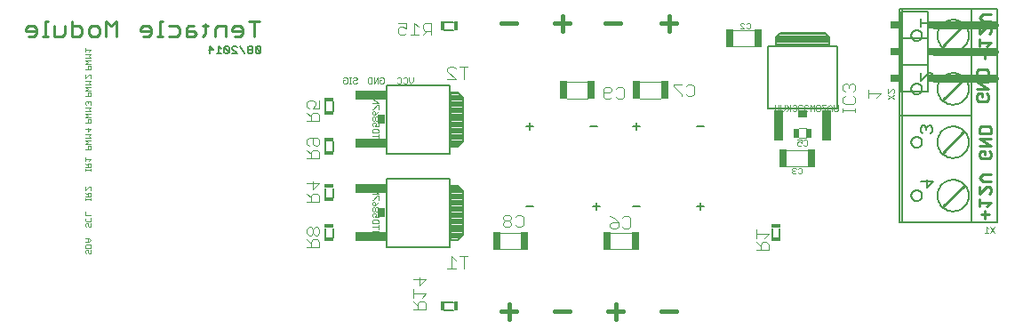
<source format=gbo>
G75*
%MOIN*%
%OFA0B0*%
%FSLAX24Y24*%
%IPPOS*%
%LPD*%
%AMOC8*
5,1,8,0,0,1.08239X$1,22.5*
%
%ADD10C,0.0020*%
%ADD11C,0.0040*%
%ADD12C,0.0090*%
%ADD13C,0.0150*%
%ADD14C,0.0110*%
%ADD15C,0.0050*%
%ADD16C,0.0080*%
%ADD17R,0.0295X0.0669*%
%ADD18C,0.0060*%
%ADD19C,0.0300*%
%ADD20R,0.0200X0.0300*%
%ADD21R,0.0400X0.0300*%
%ADD22R,0.0340X0.0160*%
%ADD23R,0.0160X0.0340*%
%ADD24R,0.1140X0.0340*%
%ADD25R,0.0300X0.0340*%
%ADD26C,0.0079*%
%ADD27C,0.0100*%
%ADD28R,0.0197X0.0374*%
%ADD29R,0.0340X0.1140*%
%ADD30R,0.0340X0.0300*%
D10*
X018324Y003804D02*
X018544Y003804D01*
X018324Y003951D01*
X018544Y003951D01*
X018544Y004025D02*
X018544Y004172D01*
X018544Y004099D02*
X018324Y004099D01*
X018324Y004246D02*
X018324Y004357D01*
X018360Y004393D01*
X018507Y004393D01*
X018544Y004357D01*
X018544Y004246D01*
X018324Y004246D01*
X018360Y004467D02*
X018324Y004504D01*
X018324Y004577D01*
X018360Y004614D01*
X018434Y004614D01*
X018471Y004577D01*
X018471Y004541D01*
X018434Y004467D01*
X018544Y004467D01*
X018544Y004614D01*
X018507Y004688D02*
X018471Y004688D01*
X018434Y004725D01*
X018434Y004798D01*
X018397Y004835D01*
X018360Y004835D01*
X018324Y004798D01*
X018324Y004725D01*
X018360Y004688D01*
X018397Y004688D01*
X018434Y004725D01*
X018434Y004798D02*
X018471Y004835D01*
X018507Y004835D01*
X018544Y004798D01*
X018544Y004725D01*
X018507Y004688D01*
X018434Y004909D02*
X018434Y005019D01*
X018397Y005056D01*
X018360Y005056D01*
X018324Y005019D01*
X018324Y004946D01*
X018360Y004909D01*
X018434Y004909D01*
X018507Y004983D01*
X018544Y005056D01*
X018544Y005130D02*
X018544Y005277D01*
X018507Y005277D01*
X018360Y005130D01*
X018324Y005130D01*
X018324Y005351D02*
X018544Y005351D01*
X018324Y005498D01*
X018544Y005498D01*
X018544Y005572D02*
X018324Y005572D01*
X018324Y005719D01*
X018324Y007204D02*
X018544Y007204D01*
X018324Y007351D01*
X018544Y007351D01*
X018544Y007425D02*
X018544Y007572D01*
X018544Y007499D02*
X018324Y007499D01*
X018324Y007646D02*
X018324Y007757D01*
X018360Y007793D01*
X018507Y007793D01*
X018544Y007757D01*
X018544Y007646D01*
X018324Y007646D01*
X018360Y007867D02*
X018324Y007904D01*
X018324Y007977D01*
X018360Y008014D01*
X018434Y008014D01*
X018471Y007977D01*
X018471Y007941D01*
X018434Y007867D01*
X018544Y007867D01*
X018544Y008014D01*
X018507Y008088D02*
X018471Y008088D01*
X018434Y008125D01*
X018434Y008198D01*
X018397Y008235D01*
X018360Y008235D01*
X018324Y008198D01*
X018324Y008125D01*
X018360Y008088D01*
X018397Y008088D01*
X018434Y008125D01*
X018434Y008198D02*
X018471Y008235D01*
X018507Y008235D01*
X018544Y008198D01*
X018544Y008125D01*
X018507Y008088D01*
X018434Y008309D02*
X018434Y008419D01*
X018397Y008456D01*
X018360Y008456D01*
X018324Y008419D01*
X018324Y008346D01*
X018360Y008309D01*
X018434Y008309D01*
X018507Y008383D01*
X018544Y008456D01*
X018544Y008530D02*
X018544Y008677D01*
X018507Y008677D01*
X018360Y008530D01*
X018324Y008530D01*
X018324Y008751D02*
X018544Y008751D01*
X018324Y008898D01*
X018544Y008898D01*
X018544Y008972D02*
X018324Y008972D01*
X018324Y009119D01*
X018302Y009493D02*
X018192Y009493D01*
X018155Y009530D01*
X018155Y009677D01*
X018192Y009714D01*
X018302Y009714D01*
X018302Y009493D01*
X018192Y009493D01*
X018155Y009530D01*
X018155Y009677D01*
X018192Y009714D01*
X018302Y009714D01*
X018302Y009493D01*
X018376Y009493D02*
X018376Y009714D01*
X018376Y009493D01*
X018523Y009714D01*
X018523Y009493D01*
X018523Y009714D01*
X018376Y009493D01*
X018597Y009530D02*
X018597Y009603D01*
X018670Y009603D01*
X018597Y009603D01*
X018597Y009530D01*
X018634Y009493D01*
X018707Y009493D01*
X018744Y009530D01*
X018744Y009677D01*
X018707Y009714D01*
X018634Y009714D01*
X018597Y009677D01*
X018634Y009714D01*
X018707Y009714D01*
X018744Y009677D01*
X018744Y009530D01*
X018707Y009493D01*
X018634Y009493D01*
X018597Y009530D01*
X019255Y009530D02*
X019292Y009493D01*
X019365Y009493D01*
X019402Y009530D01*
X019402Y009677D01*
X019365Y009714D01*
X019292Y009714D01*
X019255Y009677D01*
X019476Y009677D02*
X019513Y009714D01*
X019586Y009714D01*
X019623Y009677D01*
X019623Y009530D01*
X019586Y009493D01*
X019513Y009493D01*
X019476Y009530D01*
X019697Y009567D02*
X019697Y009714D01*
X019844Y009714D02*
X019844Y009567D01*
X019770Y009493D01*
X019697Y009567D01*
X017744Y009530D02*
X017707Y009493D01*
X017634Y009493D01*
X017597Y009530D01*
X017597Y009567D01*
X017634Y009603D01*
X017707Y009603D01*
X017744Y009640D01*
X017744Y009677D01*
X017707Y009714D01*
X017634Y009714D01*
X017597Y009677D01*
X017523Y009714D02*
X017449Y009714D01*
X017486Y009714D02*
X017486Y009493D01*
X017523Y009493D02*
X017449Y009493D01*
X017375Y009530D02*
X017339Y009493D01*
X017265Y009493D01*
X017229Y009530D01*
X017229Y009603D01*
X017302Y009603D01*
X017375Y009677D02*
X017375Y009530D01*
X017375Y009677D02*
X017339Y009714D01*
X017265Y009714D01*
X017229Y009677D01*
X032126Y011543D02*
X032273Y011543D01*
X032126Y011690D01*
X032126Y011727D01*
X032163Y011764D01*
X032236Y011764D01*
X032273Y011727D01*
X032347Y011727D02*
X032384Y011764D01*
X032457Y011764D01*
X032494Y011727D01*
X032494Y011580D01*
X032457Y011543D01*
X032384Y011543D01*
X032347Y011580D01*
X037674Y009269D02*
X037674Y009122D01*
X037821Y009269D01*
X037857Y009269D01*
X037894Y009232D01*
X037894Y009159D01*
X037857Y009122D01*
X037894Y009048D02*
X037674Y008901D01*
X037674Y009048D02*
X037894Y008901D01*
X035775Y008674D02*
X035775Y008490D01*
X035738Y008453D01*
X035665Y008453D01*
X035628Y008490D01*
X035628Y008674D01*
X035554Y008600D02*
X035480Y008674D01*
X035407Y008600D01*
X035407Y008453D01*
X035333Y008453D02*
X035333Y008490D01*
X035186Y008637D01*
X035186Y008674D01*
X035333Y008674D01*
X035407Y008563D02*
X035554Y008563D01*
X035554Y008600D02*
X035554Y008453D01*
X035112Y008490D02*
X035112Y008527D01*
X035075Y008563D01*
X035002Y008563D01*
X034965Y008527D01*
X034965Y008490D01*
X035002Y008453D01*
X035075Y008453D01*
X035112Y008490D01*
X035075Y008563D02*
X035112Y008600D01*
X035112Y008637D01*
X035075Y008674D01*
X035002Y008674D01*
X034965Y008637D01*
X034965Y008600D01*
X035002Y008563D01*
X034891Y008453D02*
X034891Y008674D01*
X034817Y008600D01*
X034744Y008674D01*
X034744Y008453D01*
X034670Y008490D02*
X034633Y008453D01*
X034560Y008453D01*
X034523Y008490D01*
X034523Y008527D01*
X034560Y008563D01*
X034596Y008563D01*
X034560Y008563D02*
X034523Y008600D01*
X034523Y008637D01*
X034560Y008674D01*
X034633Y008674D01*
X034670Y008637D01*
X034449Y008637D02*
X034412Y008674D01*
X034339Y008674D01*
X034302Y008637D01*
X034302Y008600D01*
X034339Y008563D01*
X034302Y008527D01*
X034302Y008490D01*
X034339Y008453D01*
X034412Y008453D01*
X034449Y008490D01*
X034375Y008563D02*
X034339Y008563D01*
X034228Y008490D02*
X034191Y008453D01*
X034118Y008453D01*
X034081Y008490D01*
X034007Y008453D02*
X034007Y008674D01*
X034081Y008637D02*
X034118Y008674D01*
X034191Y008674D01*
X034228Y008637D01*
X034228Y008490D01*
X034007Y008527D02*
X033860Y008674D01*
X033786Y008674D02*
X033786Y008527D01*
X033712Y008453D01*
X033639Y008527D01*
X033639Y008674D01*
X033565Y008674D02*
X033565Y008490D01*
X033528Y008453D01*
X033455Y008453D01*
X033418Y008490D01*
X033418Y008674D01*
X033860Y008453D02*
X033970Y008563D01*
X034268Y007374D02*
X034415Y007374D01*
X034415Y007263D01*
X034341Y007300D01*
X034305Y007300D01*
X034268Y007263D01*
X034268Y007190D01*
X034305Y007153D01*
X034378Y007153D01*
X034415Y007190D01*
X034489Y007190D02*
X034526Y007153D01*
X034599Y007153D01*
X034636Y007190D01*
X034636Y007337D01*
X034599Y007374D01*
X034526Y007374D01*
X034489Y007337D01*
X034399Y006324D02*
X034436Y006287D01*
X034436Y006140D01*
X034399Y006103D01*
X034326Y006103D01*
X034289Y006140D01*
X034215Y006140D02*
X034178Y006103D01*
X034105Y006103D01*
X034068Y006140D01*
X034068Y006177D01*
X034105Y006213D01*
X034141Y006213D01*
X034105Y006213D02*
X034068Y006250D01*
X034068Y006287D01*
X034105Y006324D01*
X034178Y006324D01*
X034215Y006287D01*
X034289Y006287D02*
X034326Y006324D01*
X034399Y006324D01*
X041276Y003893D02*
X041423Y003893D01*
X041349Y003893D02*
X041349Y004114D01*
X041423Y004040D01*
X041497Y004114D02*
X041644Y003893D01*
X041497Y003893D02*
X041644Y004114D01*
D11*
X007607Y003103D02*
X007574Y003137D01*
X007574Y003203D01*
X007607Y003237D01*
X007641Y003237D01*
X007674Y003203D01*
X007674Y003137D01*
X007707Y003103D01*
X007741Y003103D01*
X007774Y003137D01*
X007774Y003203D01*
X007741Y003237D01*
X007774Y003324D02*
X007574Y003324D01*
X007574Y003424D01*
X007607Y003458D01*
X007741Y003458D01*
X007774Y003424D01*
X007774Y003324D01*
X007707Y003545D02*
X007574Y003545D01*
X007674Y003545D02*
X007674Y003679D01*
X007707Y003679D02*
X007574Y003679D01*
X007707Y003679D02*
X007774Y003612D01*
X007707Y003545D01*
X007707Y004103D02*
X007674Y004137D01*
X007674Y004203D01*
X007641Y004237D01*
X007607Y004237D01*
X007574Y004203D01*
X007574Y004137D01*
X007607Y004103D01*
X007707Y004103D02*
X007741Y004103D01*
X007774Y004137D01*
X007774Y004203D01*
X007741Y004237D01*
X007741Y004324D02*
X007607Y004324D01*
X007574Y004358D01*
X007574Y004424D01*
X007607Y004458D01*
X007574Y004545D02*
X007574Y004679D01*
X007574Y004545D02*
X007774Y004545D01*
X007741Y004458D02*
X007774Y004424D01*
X007774Y004358D01*
X007741Y004324D01*
X007774Y005103D02*
X007774Y005170D01*
X007774Y005137D02*
X007574Y005137D01*
X007574Y005170D02*
X007574Y005103D01*
X007574Y005251D02*
X007774Y005251D01*
X007774Y005351D01*
X007741Y005384D01*
X007674Y005384D01*
X007641Y005351D01*
X007641Y005251D01*
X007641Y005317D02*
X007574Y005384D01*
X007574Y005472D02*
X007707Y005605D01*
X007741Y005605D01*
X007774Y005572D01*
X007774Y005505D01*
X007741Y005472D01*
X007574Y005472D02*
X007574Y005605D01*
X007574Y006203D02*
X007574Y006270D01*
X007574Y006237D02*
X007774Y006237D01*
X007774Y006270D02*
X007774Y006203D01*
X007774Y006351D02*
X007574Y006351D01*
X007641Y006351D02*
X007641Y006451D01*
X007674Y006484D01*
X007741Y006484D01*
X007774Y006451D01*
X007774Y006351D01*
X007641Y006417D02*
X007574Y006484D01*
X007574Y006572D02*
X007574Y006705D01*
X007574Y006638D02*
X007774Y006638D01*
X007707Y006572D01*
X007641Y007003D02*
X007641Y007103D01*
X007674Y007137D01*
X007741Y007137D01*
X007774Y007103D01*
X007774Y007003D01*
X007574Y007003D01*
X007574Y007224D02*
X007641Y007291D01*
X007574Y007358D01*
X007774Y007358D01*
X007774Y007445D02*
X007574Y007445D01*
X007574Y007579D02*
X007774Y007579D01*
X007707Y007512D01*
X007774Y007445D01*
X007674Y007666D02*
X007674Y007800D01*
X007774Y007766D02*
X007674Y007666D01*
X007574Y007766D02*
X007774Y007766D01*
X007774Y008003D02*
X007574Y008003D01*
X007641Y008003D02*
X007641Y008103D01*
X007674Y008137D01*
X007741Y008137D01*
X007774Y008103D01*
X007774Y008003D01*
X007774Y008224D02*
X007574Y008224D01*
X007641Y008291D01*
X007574Y008358D01*
X007774Y008358D01*
X007774Y008445D02*
X007707Y008512D01*
X007774Y008579D01*
X007574Y008579D01*
X007607Y008666D02*
X007574Y008700D01*
X007574Y008766D01*
X007607Y008800D01*
X007641Y008800D01*
X007674Y008766D01*
X007674Y008733D01*
X007674Y008766D02*
X007707Y008800D01*
X007741Y008800D01*
X007774Y008766D01*
X007774Y008700D01*
X007741Y008666D01*
X007774Y008445D02*
X007574Y008445D01*
X007574Y009003D02*
X007774Y009003D01*
X007774Y009103D01*
X007741Y009137D01*
X007674Y009137D01*
X007641Y009103D01*
X007641Y009003D01*
X007574Y009224D02*
X007641Y009291D01*
X007574Y009358D01*
X007774Y009358D01*
X007774Y009445D02*
X007574Y009445D01*
X007574Y009579D02*
X007774Y009579D01*
X007707Y009512D01*
X007774Y009445D01*
X007741Y009666D02*
X007774Y009700D01*
X007774Y009766D01*
X007741Y009800D01*
X007707Y009800D01*
X007574Y009666D01*
X007574Y009800D01*
X007574Y010003D02*
X007774Y010003D01*
X007774Y010103D01*
X007741Y010137D01*
X007674Y010137D01*
X007641Y010103D01*
X007641Y010003D01*
X007574Y010224D02*
X007641Y010291D01*
X007574Y010358D01*
X007774Y010358D01*
X007774Y010445D02*
X007574Y010445D01*
X007574Y010579D02*
X007774Y010579D01*
X007707Y010512D01*
X007774Y010445D01*
X007707Y010666D02*
X007774Y010733D01*
X007574Y010733D01*
X007574Y010666D02*
X007574Y010800D01*
X007574Y010224D02*
X007774Y010224D01*
X007774Y009224D02*
X007574Y009224D01*
X007574Y007224D02*
X007774Y007224D01*
X015874Y007220D02*
X015951Y007143D01*
X015874Y007220D02*
X015874Y007373D01*
X015951Y007450D01*
X016257Y007450D01*
X016334Y007373D01*
X016334Y007220D01*
X016257Y007143D01*
X016181Y007143D01*
X016104Y007220D01*
X016104Y007450D01*
X016104Y006989D02*
X016027Y006913D01*
X016027Y006683D01*
X016027Y006836D02*
X015874Y006989D01*
X016104Y006989D02*
X016257Y006989D01*
X016334Y006913D01*
X016334Y006683D01*
X015874Y006683D01*
X016104Y005821D02*
X016104Y005514D01*
X016334Y005744D01*
X015874Y005744D01*
X015874Y005360D02*
X016027Y005207D01*
X016027Y005284D02*
X016027Y005053D01*
X015874Y005053D02*
X016334Y005053D01*
X016334Y005284D01*
X016257Y005360D01*
X016104Y005360D01*
X016027Y005284D01*
X016027Y004100D02*
X015951Y004100D01*
X015874Y004023D01*
X015874Y003870D01*
X015951Y003793D01*
X016027Y003793D01*
X016104Y003870D01*
X016104Y004023D01*
X016027Y004100D01*
X016104Y004023D02*
X016181Y004100D01*
X016257Y004100D01*
X016334Y004023D01*
X016334Y003870D01*
X016257Y003793D01*
X016181Y003793D01*
X016104Y003870D01*
X016104Y003639D02*
X016027Y003563D01*
X016027Y003333D01*
X016027Y003486D02*
X015874Y003639D01*
X016104Y003639D02*
X016257Y003639D01*
X016334Y003563D01*
X016334Y003333D01*
X015874Y003333D01*
X019874Y002154D02*
X020334Y002154D01*
X020104Y001924D01*
X020104Y002231D01*
X019874Y001771D02*
X019874Y001464D01*
X019874Y001617D02*
X020334Y001617D01*
X020181Y001464D01*
X020257Y001310D02*
X020104Y001310D01*
X020027Y001234D01*
X020027Y001003D01*
X019874Y001003D02*
X020334Y001003D01*
X020334Y001234D01*
X020257Y001310D01*
X020027Y001157D02*
X019874Y001310D01*
X021137Y002553D02*
X021444Y002553D01*
X021291Y002553D02*
X021291Y003014D01*
X021444Y002860D01*
X021598Y003014D02*
X021905Y003014D01*
X021751Y003014D02*
X021751Y002553D01*
X023124Y003273D02*
X023884Y003273D01*
X023884Y003893D02*
X023124Y003893D01*
X023293Y004103D02*
X023447Y004103D01*
X023523Y004180D01*
X023523Y004257D01*
X023447Y004334D01*
X023293Y004334D01*
X023216Y004257D01*
X023216Y004180D01*
X023293Y004103D01*
X023677Y004180D02*
X023754Y004103D01*
X023907Y004103D01*
X023984Y004180D01*
X023984Y004487D01*
X023907Y004564D01*
X023754Y004564D01*
X023677Y004487D01*
X023523Y004487D02*
X023523Y004410D01*
X023447Y004334D01*
X023293Y004334D02*
X023216Y004410D01*
X023216Y004487D01*
X023293Y004564D01*
X023447Y004564D01*
X023523Y004487D01*
X027237Y004514D02*
X027391Y004437D01*
X027544Y004284D01*
X027314Y004284D01*
X027237Y004207D01*
X027237Y004130D01*
X027314Y004053D01*
X027467Y004053D01*
X027544Y004130D01*
X027544Y004284D01*
X027698Y004437D02*
X027774Y004514D01*
X027928Y004514D01*
X028005Y004437D01*
X028005Y004130D01*
X027928Y004053D01*
X027774Y004053D01*
X027698Y004130D01*
X028034Y003893D02*
X027274Y003893D01*
X027274Y003273D02*
X028034Y003273D01*
X032724Y003233D02*
X033184Y003233D01*
X033184Y003463D01*
X033107Y003539D01*
X032954Y003539D01*
X032877Y003463D01*
X032877Y003233D01*
X032877Y003386D02*
X032724Y003539D01*
X032724Y003693D02*
X032724Y004000D01*
X032724Y003846D02*
X033184Y003846D01*
X033031Y003693D01*
X033874Y006373D02*
X034634Y006373D01*
X034634Y006993D02*
X033874Y006993D01*
X034314Y007463D02*
X034594Y007463D01*
X034594Y007798D02*
X034314Y007798D01*
X035974Y008403D02*
X035974Y008557D01*
X035974Y008480D02*
X036434Y008480D01*
X036434Y008403D02*
X036434Y008557D01*
X036357Y008710D02*
X036051Y008710D01*
X035974Y008787D01*
X035974Y008940D01*
X036051Y009017D01*
X036051Y009171D02*
X035974Y009247D01*
X035974Y009401D01*
X036051Y009478D01*
X036127Y009478D01*
X036204Y009401D01*
X036204Y009324D01*
X036204Y009401D02*
X036281Y009478D01*
X036357Y009478D01*
X036434Y009401D01*
X036434Y009247D01*
X036357Y009171D01*
X036357Y009017D02*
X036434Y008940D01*
X036434Y008787D01*
X036357Y008710D01*
X036924Y008953D02*
X036924Y009260D01*
X036924Y009107D02*
X037384Y009107D01*
X037231Y008953D01*
X032634Y010873D02*
X031874Y010873D01*
X031874Y011493D02*
X032634Y011493D01*
X029134Y009543D02*
X028374Y009543D01*
X027755Y009287D02*
X027755Y008980D01*
X027678Y008903D01*
X027524Y008903D01*
X027448Y008980D01*
X027294Y008980D02*
X027217Y008903D01*
X027064Y008903D01*
X026987Y008980D01*
X026987Y009287D01*
X027064Y009364D01*
X027217Y009364D01*
X027294Y009287D01*
X027294Y009210D01*
X027217Y009134D01*
X026987Y009134D01*
X027448Y009287D02*
X027524Y009364D01*
X027678Y009364D01*
X027755Y009287D01*
X028374Y008923D02*
X029134Y008923D01*
X029923Y009003D02*
X029923Y009080D01*
X029616Y009387D01*
X029616Y009464D01*
X029923Y009464D01*
X030077Y009387D02*
X030154Y009464D01*
X030307Y009464D01*
X030384Y009387D01*
X030384Y009080D01*
X030307Y009003D01*
X030154Y009003D01*
X030077Y009080D01*
X026384Y008923D02*
X025624Y008923D01*
X025624Y009543D02*
X026384Y009543D01*
X021905Y010114D02*
X021598Y010114D01*
X021751Y010114D02*
X021751Y009653D01*
X021444Y009653D02*
X021137Y009960D01*
X021137Y010037D01*
X021214Y010114D01*
X021367Y010114D01*
X021444Y010037D01*
X021444Y009653D02*
X021137Y009653D01*
X020515Y011303D02*
X020515Y011764D01*
X020285Y011764D01*
X020208Y011687D01*
X020208Y011534D01*
X020285Y011457D01*
X020515Y011457D01*
X020361Y011457D02*
X020208Y011303D01*
X020055Y011303D02*
X019748Y011303D01*
X019901Y011303D02*
X019901Y011764D01*
X020055Y011610D01*
X019594Y011534D02*
X019441Y011610D01*
X019364Y011610D01*
X019287Y011534D01*
X019287Y011380D01*
X019364Y011303D01*
X019517Y011303D01*
X019594Y011380D01*
X019594Y011534D02*
X019594Y011764D01*
X019287Y011764D01*
X016334Y008850D02*
X016334Y008543D01*
X016104Y008543D01*
X016181Y008696D01*
X016181Y008773D01*
X016104Y008850D01*
X015951Y008850D01*
X015874Y008773D01*
X015874Y008620D01*
X015951Y008543D01*
X015874Y008389D02*
X016027Y008236D01*
X016027Y008313D02*
X016027Y008083D01*
X015874Y008083D02*
X016334Y008083D01*
X016334Y008313D01*
X016257Y008389D01*
X016104Y008389D01*
X016027Y008313D01*
D12*
X040999Y008897D02*
X040999Y009034D01*
X041067Y009102D01*
X041204Y009102D01*
X041204Y008965D01*
X041341Y008828D02*
X041067Y008828D01*
X040999Y008897D01*
X041341Y008828D02*
X041409Y008897D01*
X041409Y009034D01*
X041341Y009102D01*
X041409Y009289D02*
X040999Y009289D01*
X040999Y009562D02*
X041409Y009289D01*
X041409Y009562D02*
X040999Y009562D01*
X040999Y009749D02*
X040999Y009954D01*
X041067Y010023D01*
X041341Y010023D01*
X041409Y009954D01*
X041409Y009749D01*
X040999Y009749D01*
X041304Y010428D02*
X041304Y010702D01*
X041441Y010565D02*
X041167Y010565D01*
X041099Y010889D02*
X041099Y011162D01*
X041099Y011026D02*
X041509Y011026D01*
X041372Y010889D01*
X041441Y011349D02*
X041509Y011418D01*
X041509Y011554D01*
X041441Y011623D01*
X041372Y011623D01*
X041099Y011349D01*
X041099Y011623D01*
X041236Y011810D02*
X041099Y011946D01*
X041236Y012083D01*
X041509Y012083D01*
X041509Y011810D02*
X041236Y011810D01*
X041167Y007873D02*
X041441Y007873D01*
X041509Y007804D01*
X041509Y007599D01*
X041099Y007599D01*
X041099Y007804D01*
X041167Y007873D01*
X041099Y007412D02*
X041509Y007412D01*
X041509Y007139D02*
X041099Y007412D01*
X041099Y007139D02*
X041509Y007139D01*
X041441Y006952D02*
X041509Y006884D01*
X041509Y006747D01*
X041441Y006678D01*
X041167Y006678D01*
X041099Y006747D01*
X041099Y006884D01*
X041167Y006952D01*
X041304Y006952D01*
X041304Y006815D01*
X041236Y006083D02*
X041509Y006083D01*
X041236Y006083D02*
X041099Y005946D01*
X041236Y005810D01*
X041509Y005810D01*
X041441Y005623D02*
X041509Y005554D01*
X041509Y005418D01*
X041441Y005349D01*
X041372Y005623D02*
X041099Y005349D01*
X041099Y005623D01*
X041372Y005623D02*
X041441Y005623D01*
X041099Y005162D02*
X041099Y004889D01*
X041099Y005026D02*
X041509Y005026D01*
X041372Y004889D01*
X041304Y004702D02*
X041304Y004428D01*
X041441Y004565D02*
X041167Y004565D01*
D13*
X029729Y000934D02*
X029162Y000934D01*
X027729Y000934D02*
X027162Y000934D01*
X027445Y001217D02*
X027445Y000650D01*
X025729Y000934D02*
X025162Y000934D01*
X023729Y000934D02*
X023162Y000934D01*
X023445Y001217D02*
X023445Y000650D01*
X025445Y011450D02*
X025445Y012017D01*
X025729Y011734D02*
X025162Y011734D01*
X023729Y011734D02*
X023162Y011734D01*
X027062Y011734D02*
X027629Y011734D01*
X029162Y011734D02*
X029729Y011734D01*
X029445Y012017D02*
X029445Y011450D01*
D14*
X014099Y011829D02*
X013705Y011829D01*
X013902Y011829D02*
X013902Y011238D01*
X013454Y011337D02*
X013454Y011534D01*
X013356Y011632D01*
X013159Y011632D01*
X013061Y011534D01*
X013061Y011435D01*
X013454Y011435D01*
X013454Y011337D02*
X013356Y011238D01*
X013159Y011238D01*
X012810Y011238D02*
X012810Y011632D01*
X012514Y011632D01*
X012416Y011534D01*
X012416Y011238D01*
X012067Y011337D02*
X011968Y011238D01*
X012067Y011337D02*
X012067Y011730D01*
X012165Y011632D02*
X011968Y011632D01*
X011637Y011632D02*
X011440Y011632D01*
X011342Y011534D01*
X011342Y011238D01*
X011637Y011238D01*
X011735Y011337D01*
X011637Y011435D01*
X011342Y011435D01*
X011091Y011337D02*
X010992Y011238D01*
X010697Y011238D01*
X010446Y011238D02*
X010249Y011238D01*
X010348Y011238D02*
X010348Y011829D01*
X010446Y011829D01*
X010697Y011632D02*
X010992Y011632D01*
X011091Y011534D01*
X011091Y011337D01*
X010017Y011337D02*
X009918Y011238D01*
X009721Y011238D01*
X009623Y011435D02*
X010017Y011435D01*
X010017Y011337D02*
X010017Y011534D01*
X009918Y011632D01*
X009721Y011632D01*
X009623Y011534D01*
X009623Y011435D01*
X008728Y011238D02*
X008728Y011829D01*
X008531Y011632D01*
X008334Y011829D01*
X008334Y011238D01*
X008083Y011337D02*
X007985Y011238D01*
X007788Y011238D01*
X007689Y011337D01*
X007689Y011534D01*
X007788Y011632D01*
X007985Y011632D01*
X008083Y011534D01*
X008083Y011337D01*
X007438Y011337D02*
X007340Y011238D01*
X007045Y011238D01*
X007045Y011829D01*
X007045Y011632D02*
X007340Y011632D01*
X007438Y011534D01*
X007438Y011337D01*
X006794Y011337D02*
X006695Y011238D01*
X006400Y011238D01*
X006400Y011632D01*
X006149Y011829D02*
X006051Y011829D01*
X006051Y011238D01*
X006149Y011238D02*
X005952Y011238D01*
X005720Y011337D02*
X005720Y011534D01*
X005621Y011632D01*
X005424Y011632D01*
X005326Y011534D01*
X005326Y011435D01*
X005720Y011435D01*
X005720Y011337D02*
X005621Y011238D01*
X005424Y011238D01*
X006794Y011337D02*
X006794Y011632D01*
D15*
X012181Y010743D02*
X012361Y010743D01*
X012226Y010879D01*
X012226Y010608D01*
X012475Y010608D02*
X012656Y010608D01*
X012565Y010608D02*
X012565Y010879D01*
X012656Y010788D01*
X012770Y010834D02*
X012950Y010653D01*
X012905Y010608D01*
X012815Y010608D01*
X012770Y010653D01*
X012770Y010834D01*
X012815Y010879D01*
X012905Y010879D01*
X012950Y010834D01*
X012950Y010653D01*
X013065Y010608D02*
X013245Y010608D01*
X013065Y010788D01*
X013065Y010834D01*
X013110Y010879D01*
X013200Y010879D01*
X013245Y010834D01*
X013359Y010879D02*
X013539Y010608D01*
X013654Y010653D02*
X013699Y010608D01*
X013789Y010608D01*
X013834Y010653D01*
X013834Y010698D01*
X013789Y010743D01*
X013699Y010743D01*
X013654Y010698D01*
X013654Y010653D01*
X013699Y010743D02*
X013654Y010788D01*
X013654Y010834D01*
X013699Y010879D01*
X013789Y010879D01*
X013834Y010834D01*
X013834Y010788D01*
X013789Y010743D01*
X013949Y010653D02*
X013994Y010608D01*
X014084Y010608D01*
X014129Y010653D01*
X013949Y010834D01*
X013949Y010653D01*
X014129Y010653D02*
X014129Y010834D01*
X014084Y010879D01*
X013994Y010879D01*
X013949Y010834D01*
X038879Y011598D02*
X038879Y011898D01*
X038879Y011748D02*
X039329Y011748D01*
X039179Y011598D01*
X039199Y009878D02*
X039274Y009878D01*
X039349Y009803D01*
X039349Y009653D01*
X039274Y009578D01*
X039199Y009878D02*
X038899Y009578D01*
X038899Y009878D01*
X038954Y007898D02*
X038879Y007823D01*
X038879Y007673D01*
X038954Y007598D01*
X039104Y007748D02*
X039104Y007823D01*
X039029Y007898D01*
X038954Y007898D01*
X039104Y007823D02*
X039179Y007898D01*
X039254Y007898D01*
X039329Y007823D01*
X039329Y007673D01*
X039254Y007598D01*
X039124Y005878D02*
X039124Y005578D01*
X039349Y005803D01*
X038899Y005803D01*
D16*
X035744Y008533D02*
X033164Y008533D01*
X033164Y010893D01*
X033163Y010893D02*
X035744Y010893D01*
X035744Y008533D01*
X030764Y007884D02*
X030484Y007884D01*
X028364Y007884D02*
X028084Y007884D01*
X028224Y008024D02*
X028224Y007743D01*
X026764Y007884D02*
X026484Y007884D01*
X024364Y007884D02*
X024084Y007884D01*
X024224Y008024D02*
X024224Y007743D01*
X021714Y007303D02*
X021534Y007123D01*
X021254Y007123D01*
X021254Y009143D01*
X021534Y009143D01*
X021714Y008963D01*
X021714Y007303D01*
X021214Y006843D02*
X018854Y006843D01*
X018854Y009423D01*
X021214Y009423D01*
X021213Y009424D02*
X021214Y006843D01*
X021213Y005924D02*
X021214Y003343D01*
X018854Y003343D01*
X018854Y005923D01*
X021214Y005923D01*
X021254Y005643D02*
X021254Y003623D01*
X021534Y003623D01*
X021714Y003803D01*
X021714Y005463D01*
X021534Y005643D01*
X021254Y005643D01*
X024084Y004884D02*
X024364Y004884D01*
X026584Y004884D02*
X026864Y004884D01*
X026724Y005024D02*
X026724Y004743D01*
X028084Y004884D02*
X028364Y004884D01*
X030484Y004884D02*
X030764Y004884D01*
X030624Y005024D02*
X030624Y004743D01*
X033444Y010933D02*
X035464Y010933D01*
X035464Y011213D01*
X035284Y011393D01*
X033624Y011393D01*
X033444Y011213D01*
X033444Y010933D01*
D17*
X032776Y011183D03*
X031731Y011184D03*
X029276Y009233D03*
X028231Y009234D03*
X026526Y009233D03*
X025481Y009234D03*
X033731Y006684D03*
X034776Y006683D03*
X028176Y003583D03*
X027131Y003584D03*
X024026Y003583D03*
X022981Y003584D03*
D18*
X016844Y003713D02*
X016844Y004053D01*
X016564Y004053D02*
X016564Y003713D01*
X016564Y005213D02*
X016564Y005553D01*
X016844Y005553D02*
X016844Y005213D01*
X016844Y006963D02*
X016844Y007303D01*
X016564Y007303D02*
X016564Y006963D01*
X016564Y008463D02*
X016564Y008803D01*
X016844Y008803D02*
X016844Y008463D01*
X021034Y011493D02*
X021374Y011493D01*
X021374Y011773D02*
X021034Y011773D01*
X038104Y012283D02*
X038104Y008283D01*
X040804Y008283D01*
X040804Y007633D01*
X040804Y006933D01*
X040804Y005633D01*
X040804Y004933D01*
X040804Y004283D01*
X041754Y004283D01*
X041754Y012283D01*
X040804Y012283D01*
X040804Y011633D01*
X040804Y010933D01*
X040804Y009633D01*
X040804Y008933D01*
X040804Y008283D01*
X039154Y009183D02*
X038154Y009183D01*
X038154Y010183D01*
X038154Y011183D01*
X038154Y012183D01*
X039154Y012183D01*
X039154Y011183D01*
X039154Y010183D01*
X039154Y009183D01*
X038534Y009283D02*
X038536Y009311D01*
X038542Y009338D01*
X038551Y009364D01*
X038564Y009389D01*
X038581Y009412D01*
X038600Y009432D01*
X038622Y009449D01*
X038646Y009463D01*
X038672Y009473D01*
X038699Y009480D01*
X038727Y009483D01*
X038755Y009482D01*
X038782Y009477D01*
X038809Y009468D01*
X038834Y009456D01*
X038857Y009441D01*
X038878Y009422D01*
X038896Y009401D01*
X038911Y009377D01*
X038922Y009351D01*
X038930Y009325D01*
X038934Y009297D01*
X038934Y009269D01*
X038930Y009241D01*
X038922Y009215D01*
X038911Y009189D01*
X038896Y009165D01*
X038878Y009144D01*
X038857Y009125D01*
X038834Y009110D01*
X038809Y009098D01*
X038782Y009089D01*
X038755Y009084D01*
X038727Y009083D01*
X038699Y009086D01*
X038672Y009093D01*
X038646Y009103D01*
X038622Y009117D01*
X038600Y009134D01*
X038581Y009154D01*
X038564Y009177D01*
X038551Y009202D01*
X038542Y009228D01*
X038536Y009255D01*
X038534Y009283D01*
X039514Y009283D02*
X039516Y009331D01*
X039522Y009379D01*
X039532Y009426D01*
X039545Y009472D01*
X039562Y009517D01*
X039583Y009560D01*
X039608Y009602D01*
X039635Y009641D01*
X039666Y009678D01*
X039700Y009713D01*
X039736Y009744D01*
X039775Y009773D01*
X039816Y009798D01*
X039859Y009820D01*
X039903Y009838D01*
X039949Y009852D01*
X039996Y009863D01*
X040044Y009870D01*
X040092Y009873D01*
X040140Y009872D01*
X040188Y009867D01*
X040235Y009858D01*
X040282Y009846D01*
X040327Y009829D01*
X040371Y009809D01*
X040413Y009786D01*
X040453Y009759D01*
X040490Y009729D01*
X040525Y009696D01*
X040558Y009660D01*
X040587Y009622D01*
X040613Y009581D01*
X040636Y009539D01*
X040655Y009495D01*
X040670Y009449D01*
X040682Y009403D01*
X040690Y009355D01*
X040694Y009307D01*
X040694Y009259D01*
X040690Y009211D01*
X040682Y009163D01*
X040670Y009117D01*
X040655Y009071D01*
X040636Y009027D01*
X040613Y008985D01*
X040587Y008944D01*
X040558Y008906D01*
X040525Y008870D01*
X040490Y008837D01*
X040453Y008807D01*
X040413Y008780D01*
X040371Y008757D01*
X040327Y008737D01*
X040282Y008720D01*
X040235Y008708D01*
X040188Y008699D01*
X040140Y008694D01*
X040092Y008693D01*
X040044Y008696D01*
X039996Y008703D01*
X039949Y008714D01*
X039903Y008728D01*
X039859Y008746D01*
X039816Y008768D01*
X039775Y008793D01*
X039736Y008822D01*
X039700Y008853D01*
X039666Y008888D01*
X039635Y008925D01*
X039608Y008964D01*
X039583Y009006D01*
X039562Y009049D01*
X039545Y009094D01*
X039532Y009140D01*
X039522Y009187D01*
X039516Y009235D01*
X039514Y009283D01*
X039154Y010183D02*
X038154Y010183D01*
X038154Y011183D02*
X039154Y011183D01*
X038534Y011283D02*
X038536Y011311D01*
X038542Y011338D01*
X038551Y011364D01*
X038564Y011389D01*
X038581Y011412D01*
X038600Y011432D01*
X038622Y011449D01*
X038646Y011463D01*
X038672Y011473D01*
X038699Y011480D01*
X038727Y011483D01*
X038755Y011482D01*
X038782Y011477D01*
X038809Y011468D01*
X038834Y011456D01*
X038857Y011441D01*
X038878Y011422D01*
X038896Y011401D01*
X038911Y011377D01*
X038922Y011351D01*
X038930Y011325D01*
X038934Y011297D01*
X038934Y011269D01*
X038930Y011241D01*
X038922Y011215D01*
X038911Y011189D01*
X038896Y011165D01*
X038878Y011144D01*
X038857Y011125D01*
X038834Y011110D01*
X038809Y011098D01*
X038782Y011089D01*
X038755Y011084D01*
X038727Y011083D01*
X038699Y011086D01*
X038672Y011093D01*
X038646Y011103D01*
X038622Y011117D01*
X038600Y011134D01*
X038581Y011154D01*
X038564Y011177D01*
X038551Y011202D01*
X038542Y011228D01*
X038536Y011255D01*
X038534Y011283D01*
X039514Y011283D02*
X039516Y011331D01*
X039522Y011379D01*
X039532Y011426D01*
X039545Y011472D01*
X039562Y011517D01*
X039583Y011560D01*
X039608Y011602D01*
X039635Y011641D01*
X039666Y011678D01*
X039700Y011713D01*
X039736Y011744D01*
X039775Y011773D01*
X039816Y011798D01*
X039859Y011820D01*
X039903Y011838D01*
X039949Y011852D01*
X039996Y011863D01*
X040044Y011870D01*
X040092Y011873D01*
X040140Y011872D01*
X040188Y011867D01*
X040235Y011858D01*
X040282Y011846D01*
X040327Y011829D01*
X040371Y011809D01*
X040413Y011786D01*
X040453Y011759D01*
X040490Y011729D01*
X040525Y011696D01*
X040558Y011660D01*
X040587Y011622D01*
X040613Y011581D01*
X040636Y011539D01*
X040655Y011495D01*
X040670Y011449D01*
X040682Y011403D01*
X040690Y011355D01*
X040694Y011307D01*
X040694Y011259D01*
X040690Y011211D01*
X040682Y011163D01*
X040670Y011117D01*
X040655Y011071D01*
X040636Y011027D01*
X040613Y010985D01*
X040587Y010944D01*
X040558Y010906D01*
X040525Y010870D01*
X040490Y010837D01*
X040453Y010807D01*
X040413Y010780D01*
X040371Y010757D01*
X040327Y010737D01*
X040282Y010720D01*
X040235Y010708D01*
X040188Y010699D01*
X040140Y010694D01*
X040092Y010693D01*
X040044Y010696D01*
X039996Y010703D01*
X039949Y010714D01*
X039903Y010728D01*
X039859Y010746D01*
X039816Y010768D01*
X039775Y010793D01*
X039736Y010822D01*
X039700Y010853D01*
X039666Y010888D01*
X039635Y010925D01*
X039608Y010964D01*
X039583Y011006D01*
X039562Y011049D01*
X039545Y011094D01*
X039532Y011140D01*
X039522Y011187D01*
X039516Y011235D01*
X039514Y011283D01*
X040804Y012283D02*
X038204Y012283D01*
X038104Y012283D01*
X038204Y012283D02*
X038204Y004283D01*
X040804Y004283D01*
X038204Y004283D02*
X038104Y004283D01*
X038104Y008283D01*
X038534Y007283D02*
X038536Y007311D01*
X038542Y007338D01*
X038551Y007364D01*
X038564Y007389D01*
X038581Y007412D01*
X038600Y007432D01*
X038622Y007449D01*
X038646Y007463D01*
X038672Y007473D01*
X038699Y007480D01*
X038727Y007483D01*
X038755Y007482D01*
X038782Y007477D01*
X038809Y007468D01*
X038834Y007456D01*
X038857Y007441D01*
X038878Y007422D01*
X038896Y007401D01*
X038911Y007377D01*
X038922Y007351D01*
X038930Y007325D01*
X038934Y007297D01*
X038934Y007269D01*
X038930Y007241D01*
X038922Y007215D01*
X038911Y007189D01*
X038896Y007165D01*
X038878Y007144D01*
X038857Y007125D01*
X038834Y007110D01*
X038809Y007098D01*
X038782Y007089D01*
X038755Y007084D01*
X038727Y007083D01*
X038699Y007086D01*
X038672Y007093D01*
X038646Y007103D01*
X038622Y007117D01*
X038600Y007134D01*
X038581Y007154D01*
X038564Y007177D01*
X038551Y007202D01*
X038542Y007228D01*
X038536Y007255D01*
X038534Y007283D01*
X039514Y007283D02*
X039516Y007331D01*
X039522Y007379D01*
X039532Y007426D01*
X039545Y007472D01*
X039562Y007517D01*
X039583Y007560D01*
X039608Y007602D01*
X039635Y007641D01*
X039666Y007678D01*
X039700Y007713D01*
X039736Y007744D01*
X039775Y007773D01*
X039816Y007798D01*
X039859Y007820D01*
X039903Y007838D01*
X039949Y007852D01*
X039996Y007863D01*
X040044Y007870D01*
X040092Y007873D01*
X040140Y007872D01*
X040188Y007867D01*
X040235Y007858D01*
X040282Y007846D01*
X040327Y007829D01*
X040371Y007809D01*
X040413Y007786D01*
X040453Y007759D01*
X040490Y007729D01*
X040525Y007696D01*
X040558Y007660D01*
X040587Y007622D01*
X040613Y007581D01*
X040636Y007539D01*
X040655Y007495D01*
X040670Y007449D01*
X040682Y007403D01*
X040690Y007355D01*
X040694Y007307D01*
X040694Y007259D01*
X040690Y007211D01*
X040682Y007163D01*
X040670Y007117D01*
X040655Y007071D01*
X040636Y007027D01*
X040613Y006985D01*
X040587Y006944D01*
X040558Y006906D01*
X040525Y006870D01*
X040490Y006837D01*
X040453Y006807D01*
X040413Y006780D01*
X040371Y006757D01*
X040327Y006737D01*
X040282Y006720D01*
X040235Y006708D01*
X040188Y006699D01*
X040140Y006694D01*
X040092Y006693D01*
X040044Y006696D01*
X039996Y006703D01*
X039949Y006714D01*
X039903Y006728D01*
X039859Y006746D01*
X039816Y006768D01*
X039775Y006793D01*
X039736Y006822D01*
X039700Y006853D01*
X039666Y006888D01*
X039635Y006925D01*
X039608Y006964D01*
X039583Y007006D01*
X039562Y007049D01*
X039545Y007094D01*
X039532Y007140D01*
X039522Y007187D01*
X039516Y007235D01*
X039514Y007283D01*
X039514Y005283D02*
X039516Y005331D01*
X039522Y005379D01*
X039532Y005426D01*
X039545Y005472D01*
X039562Y005517D01*
X039583Y005560D01*
X039608Y005602D01*
X039635Y005641D01*
X039666Y005678D01*
X039700Y005713D01*
X039736Y005744D01*
X039775Y005773D01*
X039816Y005798D01*
X039859Y005820D01*
X039903Y005838D01*
X039949Y005852D01*
X039996Y005863D01*
X040044Y005870D01*
X040092Y005873D01*
X040140Y005872D01*
X040188Y005867D01*
X040235Y005858D01*
X040282Y005846D01*
X040327Y005829D01*
X040371Y005809D01*
X040413Y005786D01*
X040453Y005759D01*
X040490Y005729D01*
X040525Y005696D01*
X040558Y005660D01*
X040587Y005622D01*
X040613Y005581D01*
X040636Y005539D01*
X040655Y005495D01*
X040670Y005449D01*
X040682Y005403D01*
X040690Y005355D01*
X040694Y005307D01*
X040694Y005259D01*
X040690Y005211D01*
X040682Y005163D01*
X040670Y005117D01*
X040655Y005071D01*
X040636Y005027D01*
X040613Y004985D01*
X040587Y004944D01*
X040558Y004906D01*
X040525Y004870D01*
X040490Y004837D01*
X040453Y004807D01*
X040413Y004780D01*
X040371Y004757D01*
X040327Y004737D01*
X040282Y004720D01*
X040235Y004708D01*
X040188Y004699D01*
X040140Y004694D01*
X040092Y004693D01*
X040044Y004696D01*
X039996Y004703D01*
X039949Y004714D01*
X039903Y004728D01*
X039859Y004746D01*
X039816Y004768D01*
X039775Y004793D01*
X039736Y004822D01*
X039700Y004853D01*
X039666Y004888D01*
X039635Y004925D01*
X039608Y004964D01*
X039583Y005006D01*
X039562Y005049D01*
X039545Y005094D01*
X039532Y005140D01*
X039522Y005187D01*
X039516Y005235D01*
X039514Y005283D01*
X038534Y005283D02*
X038536Y005311D01*
X038542Y005338D01*
X038551Y005364D01*
X038564Y005389D01*
X038581Y005412D01*
X038600Y005432D01*
X038622Y005449D01*
X038646Y005463D01*
X038672Y005473D01*
X038699Y005480D01*
X038727Y005483D01*
X038755Y005482D01*
X038782Y005477D01*
X038809Y005468D01*
X038834Y005456D01*
X038857Y005441D01*
X038878Y005422D01*
X038896Y005401D01*
X038911Y005377D01*
X038922Y005351D01*
X038930Y005325D01*
X038934Y005297D01*
X038934Y005269D01*
X038930Y005241D01*
X038922Y005215D01*
X038911Y005189D01*
X038896Y005165D01*
X038878Y005144D01*
X038857Y005125D01*
X038834Y005110D01*
X038809Y005098D01*
X038782Y005089D01*
X038755Y005084D01*
X038727Y005083D01*
X038699Y005086D01*
X038672Y005093D01*
X038646Y005103D01*
X038622Y005117D01*
X038600Y005134D01*
X038581Y005154D01*
X038564Y005177D01*
X038551Y005202D01*
X038542Y005228D01*
X038536Y005255D01*
X038534Y005283D01*
X033594Y004053D02*
X033594Y003713D01*
X033314Y003713D02*
X033314Y004053D01*
X021374Y001273D02*
X021034Y001273D01*
X021034Y000993D02*
X021374Y000993D01*
D19*
X039404Y009683D02*
X041654Y009683D01*
X041654Y010683D02*
X039404Y010683D01*
X039404Y011683D02*
X041654Y011683D01*
D20*
X039254Y011683D03*
X039254Y010683D03*
X039254Y009683D03*
D21*
X037954Y009683D03*
X037954Y010683D03*
X037954Y011683D03*
D22*
X016704Y008883D03*
X016704Y008383D03*
X016704Y007383D03*
X016704Y006883D03*
X016704Y005633D03*
X016704Y005133D03*
X016704Y004133D03*
X016704Y003633D03*
X033454Y003633D03*
X033454Y004133D03*
D23*
X021454Y001133D03*
X020954Y001133D03*
X020954Y011633D03*
X021454Y011633D03*
D24*
X018244Y009033D03*
X018244Y007233D03*
X018244Y005533D03*
X018244Y003733D03*
D25*
X018664Y004633D03*
X018664Y008133D03*
D26*
X021254Y008099D02*
X021714Y008099D01*
X021714Y008022D02*
X021254Y008022D01*
X021254Y007945D02*
X021714Y007945D01*
X021714Y007868D02*
X021254Y007868D01*
X021254Y007791D02*
X021714Y007791D01*
X021714Y007714D02*
X021254Y007714D01*
X021254Y007637D02*
X021714Y007637D01*
X021714Y007559D02*
X021254Y007559D01*
X021254Y007482D02*
X021714Y007482D01*
X021714Y007405D02*
X021254Y007405D01*
X021254Y007328D02*
X021714Y007328D01*
X021714Y007303D02*
X021714Y008963D01*
X021534Y009143D01*
X021254Y009143D01*
X021254Y007123D01*
X021534Y007123D01*
X021714Y007303D01*
X021661Y007251D02*
X021254Y007251D01*
X021254Y007174D02*
X021584Y007174D01*
X021714Y008177D02*
X021254Y008177D01*
X021254Y008254D02*
X021714Y008254D01*
X021714Y008331D02*
X021254Y008331D01*
X021254Y008408D02*
X021714Y008408D01*
X021714Y008485D02*
X021254Y008485D01*
X021254Y008562D02*
X021714Y008562D01*
X021714Y008640D02*
X021254Y008640D01*
X021254Y008717D02*
X021714Y008717D01*
X021714Y008794D02*
X021254Y008794D01*
X021254Y008871D02*
X021714Y008871D01*
X021714Y008948D02*
X021254Y008948D01*
X021254Y009025D02*
X021652Y009025D01*
X021575Y009103D02*
X021254Y009103D01*
X021254Y005643D02*
X021254Y003623D01*
X021534Y003623D01*
X021714Y003803D01*
X021714Y005463D01*
X021534Y005643D01*
X021254Y005643D01*
X021254Y005630D02*
X021547Y005630D01*
X021624Y005553D02*
X021254Y005553D01*
X021254Y005476D02*
X021701Y005476D01*
X021714Y005399D02*
X021254Y005399D01*
X021254Y005322D02*
X021714Y005322D01*
X021714Y005245D02*
X021254Y005245D01*
X021254Y005167D02*
X021714Y005167D01*
X021714Y005090D02*
X021254Y005090D01*
X021254Y005013D02*
X021714Y005013D01*
X021714Y004936D02*
X021254Y004936D01*
X021254Y004859D02*
X021714Y004859D01*
X021714Y004782D02*
X021254Y004782D01*
X021254Y004704D02*
X021714Y004704D01*
X021714Y004627D02*
X021254Y004627D01*
X021254Y004550D02*
X021714Y004550D01*
X021714Y004473D02*
X021254Y004473D01*
X021254Y004396D02*
X021714Y004396D01*
X021714Y004319D02*
X021254Y004319D01*
X021254Y004241D02*
X021714Y004241D01*
X021714Y004164D02*
X021254Y004164D01*
X021254Y004087D02*
X021714Y004087D01*
X021714Y004010D02*
X021254Y004010D01*
X021254Y003933D02*
X021714Y003933D01*
X021714Y003856D02*
X021254Y003856D01*
X021254Y003778D02*
X021689Y003778D01*
X021612Y003701D02*
X021254Y003701D01*
X021254Y003624D02*
X021535Y003624D01*
X033444Y010933D02*
X035464Y010933D01*
X035464Y011213D01*
X035284Y011393D01*
X033624Y011393D01*
X033444Y011213D01*
X033444Y010933D01*
X033444Y010954D02*
X035464Y010954D01*
X035464Y011032D02*
X033444Y011032D01*
X033444Y011109D02*
X035464Y011109D01*
X035464Y011186D02*
X033444Y011186D01*
X033494Y011263D02*
X035414Y011263D01*
X035337Y011340D02*
X033571Y011340D01*
D27*
X039714Y010883D02*
X040504Y011673D01*
X040514Y009643D02*
X039714Y008893D01*
X040504Y007673D02*
X039714Y006883D01*
X040514Y005643D02*
X039714Y004893D01*
D28*
X034682Y007631D03*
X034222Y007631D03*
D29*
X033554Y007923D03*
X035354Y007923D03*
D30*
X034454Y008343D03*
M02*

</source>
